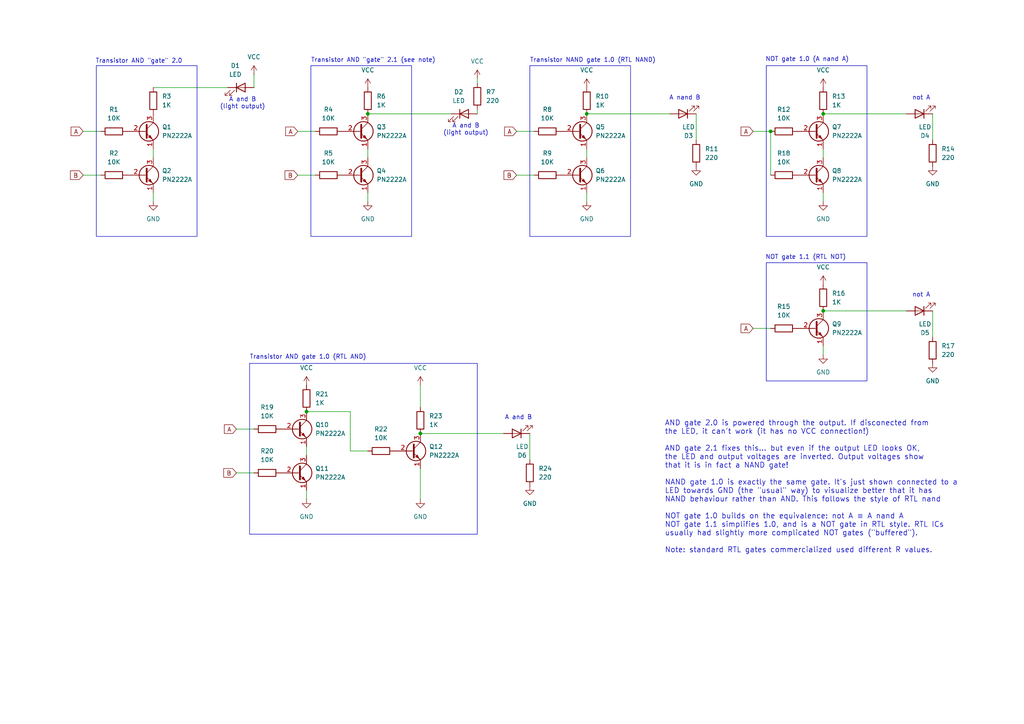
<source format=kicad_sch>
(kicad_sch (version 20231120) (generator "eeschema") (generator_version "8.0")
  (paper "A4")
  (title_block (title "How to get right by being completely wrong") (date "2024-05-01") (company "Silicon Chronicles") (comment 1 "Building AND gates the wrong way") (comment 2 "Part IV"))
  (lib_symbols
    (symbol "Device:LED" (pin_numbers hide) (pin_names (offset 1.016) hide)
      (property "Reference" "D" (at 0 2.54 0))
      (property "Value" "LED" (at 0 -2.54 0))
      (symbol "LED_0_1"
        (polyline (pts (xy -1.27 -1.27) (xy -1.27 1.27)) (stroke (width 0.254)))
        (polyline (pts (xy -1.27 0) (xy 1.27 0)))
        (polyline (pts (xy 1.27 -1.27) (xy 1.27 1.27) (xy -1.27 0) (xy 1.27 -1.27)) (stroke (width 0.254)))
        (polyline (pts (xy -3.048 -0.762) (xy -4.572 -2.286) (xy -3.81 -2.286) (xy -4.572 -2.286) (xy -4.572 -1.524)))
        (polyline (pts (xy -1.778 -0.762) (xy -3.302 -2.286) (xy -2.54 -2.286) (xy -3.302 -2.286) (xy -3.302 -1.524)))
      )
      (symbol "LED_1_1"
        (pin passive line (at -3.81 0 0) (length 2.54) (name "K") (number "1"))
        (pin passive line (at 3.81 0 180) (length 2.54) (name "A") (number "2"))
      )
    )
    (symbol "Device:R" (pin_numbers hide) (pin_names (offset 0))
      (property "Reference" "R" (at 2.032 0 90))
      (property "Value" "R" (at 0 0 90))
      (symbol "R_0_1"
        (rectangle (start -1.016 -2.54) (end 1.016 2.54) (stroke (width 0.254)))
      )
      (symbol "R_1_1"
        (pin passive line (at 0 3.81 270) (length 1.27) (name "~") (number "1"))
        (pin passive line (at 0 -3.81 90) (length 1.27) (name "~") (number "2"))
      )
    )
    (symbol "Transistor_BJT:PN2222A" (pin_names (offset 0) hide)
      (property "Reference" "Q" (at 5.08 1.905 0))
      (property "Value" "PN2222A" (at 5.08 0 0))
      (symbol "PN2222A_0_1"
        (polyline (pts (xy 0 0) (xy 0.635 0)))
        (polyline (pts (xy 2.54 -2.54) (xy 0.635 -0.635)))
        (polyline (pts (xy 2.54 2.54) (xy 0.635 0.635)))
        (polyline (pts (xy 0.635 1.905) (xy 0.635 -1.905) (xy 0.635 -1.905)) (stroke (width 0.508)))
        (polyline (pts (xy 2.413 -2.413) (xy 1.905 -1.905) (xy 1.905 -1.905)))
        (polyline (pts (xy 1.143 -1.651) (xy 1.651 -1.143) (xy 2.159 -2.159) (xy 1.143 -1.651) (xy 1.143 -1.651)) (fill (type outline)))
        (circle (center 1.27 0) (radius 2.8194) (stroke (width 0.254)))
      )
      (symbol "PN2222A_1_1"
        (pin passive line (at 2.54 -5.08 90) (length 2.54) (name "E") (number "1"))
        (pin input line (at -5.08 0 0) (length 5.08) (name "B") (number "2"))
        (pin passive line (at 2.54 5.08 270) (length 2.54) (name "C") (number "3"))
      )
    )
    (symbol "power:GND" (power) (pin_numbers hide) (pin_names (offset 0) hide)
      (property "Value" "GND" (at 0 -3.81 0))
      (symbol "GND_0_1"
        (polyline (pts (xy 0 0) (xy 0 -1.27) (xy 1.27 -1.27) (xy 0 -2.54) (xy -1.27 -1.27) (xy 0 -1.27)))
      )
      (symbol "GND_1_1"
        (pin power_in line (at 0 0 270) (length 0) (name "~") (number "1"))
      )
    )
    (symbol "power:VCC" (power) (pin_numbers hide) (pin_names (offset 0) hide)
      (property "Value" "VCC" (at 0 3.556 0))
      (symbol "VCC_0_1"
        (polyline (pts (xy -0.762 1.27) (xy 0 2.54)))
        (polyline (pts (xy 0 0) (xy 0 2.54)))
        (polyline (pts (xy 0 2.54) (xy 0.762 1.27)))
      )
      (symbol "VCC_1_1"
        (pin power_in line (at 0 0 90) (length 0) (name "~") (number "1"))
      )
    )
  )
  (junction (at 106.68 33.02))
  (junction (at 223.52 38.1))
  (junction (at 88.9 119.38))
  (junction (at 238.76 90.17))
  (junction (at 170.18 33.02))
  (junction (at 238.76 33.02))
  (junction (at 121.92 125.73))
  (wire (pts (xy 170.18 45.72) (xy 170.18 43.18)))
  (wire (pts (xy 101.6 119.38) (xy 88.9 119.38)))
  (wire (pts (xy 149.86 38.1) (xy 154.94 38.1)))
  (wire (pts (xy 88.9 132.08) (xy 88.9 129.54)))
  (wire (pts (xy 270.51 90.17) (xy 270.51 97.79)))
  (wire (pts (xy 238.76 100.33) (xy 238.76 102.87)))
  (wire (pts (xy 270.51 33.02) (xy 270.51 40.64)))
  (wire (pts (xy 138.43 22.86) (xy 138.43 24.13)))
  (wire (pts (xy 238.76 33.02) (xy 262.89 33.02)))
  (wire (pts (xy 86.36 38.1) (xy 91.44 38.1)))
  (wire (pts (xy 24.13 38.1) (xy 29.21 38.1)))
  (wire (pts (xy 86.36 50.8) (xy 91.44 50.8)))
  (wire (pts (xy 101.6 130.81) (xy 101.6 119.38)))
  (wire (pts (xy 106.68 45.72) (xy 106.68 43.18)))
  (wire (pts (xy 101.6 130.81) (xy 106.68 130.81)))
  (wire (pts (xy 68.58 124.46) (xy 73.66 124.46)))
  (wire (pts (xy 44.45 25.4) (xy 66.04 25.4)))
  (wire (pts (xy 121.92 125.73) (xy 146.05 125.73)))
  (wire (pts (xy 170.18 55.88) (xy 170.18 58.42)))
  (wire (pts (xy 149.86 50.8) (xy 154.94 50.8)))
  (wire (pts (xy 106.68 33.02) (xy 130.81 33.02)))
  (wire (pts (xy 44.45 55.88) (xy 44.45 58.42)))
  (wire (pts (xy 238.76 90.17) (xy 262.89 90.17)))
  (wire (pts (xy 138.43 31.75) (xy 138.43 33.02)))
  (wire (pts (xy 170.18 33.02) (xy 194.31 33.02)))
  (wire (pts (xy 153.67 125.73) (xy 153.67 133.35)))
  (wire (pts (xy 24.13 50.8) (xy 29.21 50.8)))
  (wire (pts (xy 218.44 95.25) (xy 223.52 95.25)))
  (wire (pts (xy 223.52 38.1) (xy 223.52 50.8)))
  (wire (pts (xy 218.44 38.1) (xy 223.52 38.1)))
  (wire (pts (xy 121.92 135.89) (xy 121.92 144.78)))
  (wire (pts (xy 201.93 33.02) (xy 201.93 40.64)))
  (wire (pts (xy 44.45 45.72) (xy 44.45 43.18)))
  (wire (pts (xy 88.9 142.24) (xy 88.9 144.78)))
  (wire (pts (xy 73.66 21.59) (xy 73.66 25.4)))
  (wire (pts (xy 68.58 137.16) (xy 73.66 137.16)))
  (wire (pts (xy 121.92 111.76) (xy 121.92 118.11)))
  (wire (pts (xy 238.76 45.72) (xy 238.76 43.18)))
  (wire (pts (xy 106.68 55.88) (xy 106.68 58.42)))
  (wire (pts (xy 238.76 55.88) (xy 238.76 58.42)))
  (rectangle (start 222.25 76.2) (end 251.46 110.49))
  (rectangle (start 90.17 19.05) (end 119.38 68.58))
  (rectangle (start 153.67 19.05) (end 182.88 68.58))
  (rectangle (start 222.25 19.05) (end 251.46 68.58))
  (rectangle (start 72.39 105.41) (end 138.43 154.94))
  (rectangle (start 27.94 19.05) (end 57.15 68.58))
  (text "AND gate 2.0 is powered through the output. If disconected from\nthe LED, it can't work (it has no VCC connection!)\n\nAND gate 2.1 fixes this... but even if the output LED looks OK,\nthe LED and output voltages are inverted. Output voltages show\nthat it is in fact a NAND gate!\n\nNAND gate 1.0 is exactly the same gate. It's just shown connected to a\nLED towards GND (the \"usual\" way) to visualize better that it has\nNAND behaviour rather than AND. This follows the style of RTL nand\n\nNOT gate 1.0 builds on the equivalence: not A ≡ A nand A\nNOT gate 1.1 simplifies 1.0, and is a NOT gate in RTL style. RTL ICs\nusually had slightly more complicated NOT gates (\"buffered\").\n\nNote: standard RTL gates commercialized used different R values.\n" (at 192.786 141.224 0) (effects (font (size 1.524 1.524)) (justify left)))
  (text "not A" (at 267.208 85.598 0) (effects (font (size 1.27 1.27))))
  (text "Transistor AND \"gate\" 2.1 (see note)" (at 90.17 17.526 0) (effects (font (size 1.27 1.27)) (justify left)))
  (text "NOT gate 1.1 (RTL NOT)" (at 221.996 74.676 0) (effects (font (size 1.27 1.27)) (justify left)))
  (text "Transistor NAND gate 1.0 (RTL NAND)" (at 153.67 17.526 0) (effects (font (size 1.27 1.27)) (justify left)))
  (text "A and B" (at 150.368 121.158 0) (effects (font (size 1.27 1.27))))
  (text "A nand B\n" (at 198.628 28.448 0) (effects (font (size 1.27 1.27))))
  (text "NOT gate 1.0 (A nand A)" (at 221.996 17.272 0) (effects (font (size 1.27 1.27)) (justify left)))
  (text "Transistor AND \"gate\" 2.0" (at 27.686 17.78 0) (effects (font (size 1.27 1.27)) (justify left)))
  (text "A and B\n(light output)\n" (at 70.358 29.972 0) (effects (font (size 1.27 1.27))))
  (text "Transistor AND gate 1.0 (RTL AND)\n\n" (at 72.39 104.648 0) (effects (font (size 1.27 1.27)) (justify left)))
  (text "A and B\n(light output)" (at 135.128 37.592 0) (effects (font (size 1.27 1.27))))
  (text "not A" (at 267.208 28.448 0) (effects (font (size 1.27 1.27))))
  (global_label "A" (shape input) (at 24.13 38.1 180) (property "Intersheetrefs" "${INTERSHEET_REFS}" (effects (hide yes))))
  (global_label "A" (shape input) (at 218.44 38.1 180) (property "Intersheetrefs" "${INTERSHEET_REFS}" (effects (hide yes))))
  (global_label "A" (shape input) (at 218.44 95.25 180) (property "Intersheetrefs" "${INTERSHEET_REFS}" (effects (hide yes))))
  (global_label "B" (shape input) (at 86.36 50.8 180) (property "Intersheetrefs" "${INTERSHEET_REFS}" (effects (hide yes))))
  (global_label "B" (shape input) (at 24.13 50.8 180) (property "Intersheetrefs" "${INTERSHEET_REFS}" (effects (hide yes))))
  (global_label "A" (shape input) (at 86.36 38.1 180) (property "Intersheetrefs" "${INTERSHEET_REFS}" (effects (hide yes))))
  (global_label "A" (shape input) (at 68.58 124.46 180) (property "Intersheetrefs" "${INTERSHEET_REFS}" (effects (hide yes))))
  (global_label "A" (shape input) (at 149.86 38.1 180) (property "Intersheetrefs" "${INTERSHEET_REFS}" (effects (hide yes))))
  (global_label "B" (shape input) (at 68.58 137.16 180) (property "Intersheetrefs" "${INTERSHEET_REFS}" (effects (hide yes))))
  (global_label "B" (shape input) (at 149.86 50.8 180) (property "Intersheetrefs" "${INTERSHEET_REFS}" (effects (hide yes))))
  (symbol (lib_id "power:VCC") (at 170.18 25.4 0) (unit 1)
    (property "Reference" "#PWR05" (effects (hide yes)))
    (property "Value" "VCC" (at 170.18 20.32 0))
    (property "Description" "Power symbol creates a global label with name \"VCC\"" (effects (hide yes)))
  )
  (symbol (lib_id "Transistor_BJT:PN2222A") (at 86.36 137.16 0) (unit 1)
    (property "Reference" "Q11" (at 91.44 135.8899 0) (effects (justify left)))
    (property "Value" "PN2222A" (at 91.44 138.4299 0) (effects (justify left)))
    (property "Footprint" "Package_TO_SOT_THT:TO-92_Inline" (effects (hide yes)))
    (property "Datasheet" "https://www.onsemi.com/pub/Collateral/PN2222-D.PDF" (effects (hide yes)))
    (property "Description" "1A Ic, 40V Vce, NPN Transistor, General Purpose Transistor, TO-92" (effects (hide yes)))
  )
  (symbol (lib_id "Device:R") (at 238.76 86.36 180) (unit 1)
    (property "Reference" "R16" (at 241.3 85.0899 0) (effects (justify right)))
    (property "Value" "1K" (at 241.3 87.6299 0) (effects (justify right)))
    (property "Description" "Resistor" (effects (hide yes)))
  )
  (symbol (lib_id "Transistor_BJT:PN2222A") (at 119.38 130.81 0) (unit 1)
    (property "Reference" "Q12" (at 124.46 129.5399 0) (effects (justify left)))
    (property "Value" "PN2222A" (at 124.46 132.0799 0) (effects (justify left)))
    (property "Footprint" "Package_TO_SOT_THT:TO-92_Inline" (effects (hide yes)))
    (property "Datasheet" "https://www.onsemi.com/pub/Collateral/PN2222-D.PDF" (effects (hide yes)))
    (property "Description" "1A Ic, 40V Vce, NPN Transistor, General Purpose Transistor, TO-92" (effects (hide yes)))
  )
  (symbol (lib_id "Transistor_BJT:PN2222A") (at 236.22 50.8 0) (unit 1)
    (property "Reference" "Q8" (at 241.3 49.5299 0) (effects (justify left)))
    (property "Value" "PN2222A" (at 241.3 52.0699 0) (effects (justify left)))
    (property "Footprint" "Package_TO_SOT_THT:TO-92_Inline" (effects (hide yes)))
    (property "Datasheet" "https://www.onsemi.com/pub/Collateral/PN2222-D.PDF" (effects (hide yes)))
    (property "Description" "1A Ic, 40V Vce, NPN Transistor, General Purpose Transistor, TO-92" (effects (hide yes)))
  )
  (symbol (lib_id "Device:R") (at 153.67 137.16 0) (unit 1)
    (property "Reference" "R24" (at 156.21 135.8899 0) (effects (justify left)))
    (property "Value" "220" (at 156.21 138.4299 0) (effects (justify left)))
    (property "Description" "Resistor" (effects (hide yes)))
  )
  (symbol (lib_id "Device:R") (at 270.51 101.6 0) (unit 1)
    (property "Reference" "R17" (at 273.05 100.3299 0) (effects (justify left)))
    (property "Value" "220" (at 273.05 102.8699 0) (effects (justify left)))
    (property "Description" "Resistor" (effects (hide yes)))
  )
  (symbol (lib_id "power:VCC") (at 121.92 111.76 0) (unit 1)
    (property "Reference" "#PWR017" (effects (hide yes)))
    (property "Value" "VCC" (at 121.92 106.68 0))
    (property "Description" "Power symbol creates a global label with name \"VCC\"" (effects (hide yes)))
  )
  (symbol (lib_id "Transistor_BJT:PN2222A") (at 86.36 124.46 0) (unit 1)
    (property "Reference" "Q10" (at 91.44 123.1899 0) (effects (justify left)))
    (property "Value" "PN2222A" (at 91.44 125.7299 0) (effects (justify left)))
    (property "Footprint" "Package_TO_SOT_THT:TO-92_Inline" (effects (hide yes)))
    (property "Datasheet" "https://www.onsemi.com/pub/Collateral/PN2222-D.PDF" (effects (hide yes)))
    (property "Description" "1A Ic, 40V Vce, NPN Transistor, General Purpose Transistor, TO-92" (effects (hide yes)))
  )
  (symbol (lib_id "power:VCC") (at 238.76 82.55 0) (unit 1)
    (property "Reference" "#PWR011" (effects (hide yes)))
    (property "Value" "VCC" (at 238.76 77.47 0))
    (property "Description" "Power symbol creates a global label with name \"VCC\"" (effects (hide yes)))
  )
  (symbol (lib_id "Device:LED") (at 266.7 90.17 180) (unit 1)
    (property "Reference" "D5" (at 268.2875 96.52 0))
    (property "Value" "LED" (at 268.2875 93.98 0))
    (property "Description" "Light emitting diode" (effects (hide yes)))
  )
  (symbol (lib_id "Device:R") (at 88.9 115.57 180) (unit 1)
    (property "Reference" "R21" (at 91.44 114.2999 0) (effects (justify right)))
    (property "Value" "1K" (at 91.44 116.8399 0) (effects (justify right)))
    (property "Description" "Resistor" (effects (hide yes)))
  )
  (symbol (lib_id "Device:R") (at 170.18 29.21 180) (unit 1)
    (property "Reference" "R10" (at 172.72 27.9399 0) (effects (justify right)))
    (property "Value" "1K" (at 172.72 30.4799 0) (effects (justify right)))
    (property "Description" "Resistor" (effects (hide yes)))
  )
  (symbol (lib_id "Device:R") (at 227.33 38.1 270) (unit 1)
    (property "Reference" "R12" (at 227.33 31.75 90))
    (property "Value" "10K" (at 227.33 34.29 90))
    (property "Description" "Resistor" (effects (hide yes)))
  )
  (symbol (lib_id "Device:R") (at 121.92 121.92 180) (unit 1)
    (property "Reference" "R23" (at 124.46 120.6499 0) (effects (justify right)))
    (property "Value" "1K" (at 124.46 123.1899 0) (effects (justify right)))
    (property "Description" "Resistor" (effects (hide yes)))
  )
  (symbol (lib_id "power:GND") (at 238.76 102.87 0) (unit 1)
    (property "Reference" "#PWR012" (effects (hide yes)))
    (property "Value" "GND" (at 238.76 107.95 0))
    (property "Description" "Power symbol creates a global label with name \"GND\" , ground" (effects (hide yes)))
  )
  (symbol (lib_id "Device:R") (at 95.25 38.1 270) (unit 1)
    (property "Reference" "R4" (at 95.25 31.75 90))
    (property "Value" "10K" (at 95.25 34.29 90))
    (property "Description" "Resistor" (effects (hide yes)))
  )
  (symbol (lib_id "power:VCC") (at 88.9 111.76 0) (unit 1)
    (property "Reference" "#PWR014" (effects (hide yes)))
    (property "Value" "VCC" (at 88.9 106.68 0))
    (property "Description" "Power symbol creates a global label with name \"VCC\"" (effects (hide yes)))
  )
  (symbol (lib_id "power:GND") (at 170.18 58.42 0) (unit 1)
    (property "Reference" "#PWR07" (effects (hide yes)))
    (property "Value" "GND" (at 170.18 63.5 0))
    (property "Description" "Power symbol creates a global label with name \"GND\" , ground" (effects (hide yes)))
  )
  (symbol (lib_id "power:VCC") (at 73.66 21.59 0) (unit 1)
    (property "Reference" "#PWR03" (effects (hide yes)))
    (property "Value" "VCC" (at 73.66 16.51 0))
    (property "Description" "Power symbol creates a global label with name \"VCC\"" (effects (hide yes)))
  )
  (symbol (lib_id "Device:R") (at 138.43 27.94 0) (unit 1)
    (property "Reference" "R7" (at 140.97 26.6699 0) (effects (justify left)))
    (property "Value" "220" (at 140.97 29.2099 0) (effects (justify left)))
    (property "Description" "Resistor" (effects (hide yes)))
  )
  (symbol (lib_id "power:VCC") (at 138.43 22.86 0) (unit 1)
    (property "Reference" "#PWR02" (effects (hide yes)))
    (property "Value" "VCC" (at 138.43 17.78 0))
    (property "Description" "Power symbol creates a global label with name \"VCC\"" (effects (hide yes)))
  )
  (symbol (lib_id "power:GND") (at 88.9 144.78 0) (unit 1)
    (property "Reference" "#PWR016" (effects (hide yes)))
    (property "Value" "GND" (at 88.9 149.86 0))
    (property "Description" "Power symbol creates a global label with name \"GND\" , ground" (effects (hide yes)))
  )
  (symbol (lib_id "Transistor_BJT:PN2222A") (at 104.14 50.8 0) (unit 1)
    (property "Reference" "Q4" (at 109.22 49.5299 0) (effects (justify left)))
    (property "Value" "PN2222A" (at 109.22 52.0699 0) (effects (justify left)))
    (property "Footprint" "Package_TO_SOT_THT:TO-92_Inline" (effects (hide yes)))
    (property "Datasheet" "https://www.onsemi.com/pub/Collateral/PN2222-D.PDF" (effects (hide yes)))
    (property "Description" "1A Ic, 40V Vce, NPN Transistor, General Purpose Transistor, TO-92" (effects (hide yes)))
  )
  (symbol (lib_id "Device:R") (at 33.02 38.1 270) (unit 1)
    (property "Reference" "R1" (at 33.02 31.75 90))
    (property "Value" "10K" (at 33.02 34.29 90))
    (property "Description" "Resistor" (effects (hide yes)))
  )
  (symbol (lib_id "Transistor_BJT:PN2222A") (at 236.22 38.1 0) (unit 1)
    (property "Reference" "Q7" (at 241.3 36.8299 0) (effects (justify left)))
    (property "Value" "PN2222A" (at 241.3 39.3699 0) (effects (justify left)))
    (property "Footprint" "Package_TO_SOT_THT:TO-92_Inline" (effects (hide yes)))
    (property "Datasheet" "https://www.onsemi.com/pub/Collateral/PN2222-D.PDF" (effects (hide yes)))
    (property "Description" "1A Ic, 40V Vce, NPN Transistor, General Purpose Transistor, TO-92" (effects (hide yes)))
  )
  (symbol (lib_id "Device:R") (at 95.25 50.8 270) (unit 1)
    (property "Reference" "R5" (at 95.25 44.45 90))
    (property "Value" "10K" (at 95.25 46.99 90))
    (property "Description" "Resistor" (effects (hide yes)))
  )
  (symbol (lib_id "power:GND") (at 44.45 58.42 0) (unit 1)
    (property "Reference" "#PWR06" (effects (hide yes)))
    (property "Value" "GND" (at 44.45 63.5 0))
    (property "Description" "Power symbol creates a global label with name \"GND\" , ground" (effects (hide yes)))
  )
  (symbol (lib_id "power:GND") (at 238.76 58.42 0) (unit 1)
    (property "Reference" "#PWR010" (effects (hide yes)))
    (property "Value" "GND" (at 238.76 63.5 0))
    (property "Description" "Power symbol creates a global label with name \"GND\" , ground" (effects (hide yes)))
  )
  (symbol (lib_id "Device:R") (at 227.33 95.25 270) (unit 1)
    (property "Reference" "R15" (at 227.33 88.9 90))
    (property "Value" "10K" (at 227.33 91.44 90))
    (property "Description" "Resistor" (effects (hide yes)))
  )
  (symbol (lib_id "Device:R") (at 158.75 38.1 270) (unit 1)
    (property "Reference" "R8" (at 158.75 31.75 90))
    (property "Value" "10K" (at 158.75 34.29 90))
    (property "Description" "Resistor" (effects (hide yes)))
  )
  (symbol (lib_id "power:GND") (at 153.67 140.97 0) (unit 1)
    (property "Reference" "#PWR019" (effects (hide yes)))
    (property "Value" "GND" (at 153.67 146.05 0))
    (property "Description" "Power symbol creates a global label with name \"GND\" , ground" (effects (hide yes)))
  )
  (symbol (lib_id "power:GND") (at 270.51 48.26 0) (unit 1)
    (property "Reference" "#PWR015" (effects (hide yes)))
    (property "Value" "GND" (at 270.51 53.34 0))
    (property "Description" "Power symbol creates a global label with name \"GND\" , ground" (effects (hide yes)))
  )
  (symbol (lib_id "Device:LED") (at 198.12 33.02 180) (unit 1)
    (property "Reference" "D3" (at 199.7075 39.37 0))
    (property "Value" "LED" (at 199.7075 36.83 0))
    (property "Description" "Light emitting diode" (effects (hide yes)))
  )
  (symbol (lib_id "power:GND") (at 106.68 58.42 0) (unit 1)
    (property "Reference" "#PWR01" (effects (hide yes)))
    (property "Value" "GND" (at 106.68 63.5 0))
    (property "Description" "Power symbol creates a global label with name \"GND\" , ground" (effects (hide yes)))
  )
  (symbol (lib_id "Transistor_BJT:PN2222A") (at 236.22 95.25 0) (unit 1)
    (property "Reference" "Q9" (at 241.3 93.9799 0) (effects (justify left)))
    (property "Value" "PN2222A" (at 241.3 96.5199 0) (effects (justify left)))
    (property "Footprint" "Package_TO_SOT_THT:TO-92_Inline" (effects (hide yes)))
    (property "Datasheet" "https://www.onsemi.com/pub/Collateral/PN2222-D.PDF" (effects (hide yes)))
    (property "Description" "1A Ic, 40V Vce, NPN Transistor, General Purpose Transistor, TO-92" (effects (hide yes)))
  )
  (symbol (lib_id "Device:R") (at 227.33 50.8 270) (unit 1)
    (property "Reference" "R18" (at 227.33 44.45 90))
    (property "Value" "10K" (at 227.33 46.99 90))
    (property "Description" "Resistor" (effects (hide yes)))
  )
  (symbol (lib_id "Device:R") (at 106.68 29.21 180) (unit 1)
    (property "Reference" "R6" (at 109.22 27.9399 0) (effects (justify right)))
    (property "Value" "1K" (at 109.22 30.4799 0) (effects (justify right)))
    (property "Description" "Resistor" (effects (hide yes)))
  )
  (symbol (lib_id "power:GND") (at 121.92 144.78 0) (unit 1)
    (property "Reference" "#PWR018" (effects (hide yes)))
    (property "Value" "GND" (at 121.92 149.86 0))
    (property "Description" "Power symbol creates a global label with name \"GND\" , ground" (effects (hide yes)))
  )
  (symbol (lib_id "Device:R") (at 158.75 50.8 270) (unit 1)
    (property "Reference" "R9" (at 158.75 44.45 90))
    (property "Value" "10K" (at 158.75 46.99 90))
    (property "Description" "Resistor" (effects (hide yes)))
  )
  (symbol (lib_id "Device:R") (at 44.45 29.21 180) (unit 1)
    (property "Reference" "R3" (at 46.99 27.9399 0) (effects (justify right)))
    (property "Value" "1K" (at 46.99 30.4799 0) (effects (justify right)))
    (property "Description" "Resistor" (effects (hide yes)))
  )
  (symbol (lib_id "Device:R") (at 238.76 29.21 180) (unit 1)
    (property "Reference" "R13" (at 241.3 27.9399 0) (effects (justify right)))
    (property "Value" "1K" (at 241.3 30.4799 0) (effects (justify right)))
    (property "Description" "Resistor" (effects (hide yes)))
  )
  (symbol (lib_id "power:GND") (at 270.51 105.41 0) (unit 1)
    (property "Reference" "#PWR013" (effects (hide yes)))
    (property "Value" "GND" (at 270.51 110.49 0))
    (property "Description" "Power symbol creates a global label with name \"GND\" , ground" (effects (hide yes)))
  )
  (symbol (lib_id "Transistor_BJT:PN2222A") (at 104.14 38.1 0) (unit 1)
    (property "Reference" "Q3" (at 109.22 36.8299 0) (effects (justify left)))
    (property "Value" "PN2222A" (at 109.22 39.3699 0) (effects (justify left)))
    (property "Footprint" "Package_TO_SOT_THT:TO-92_Inline" (effects (hide yes)))
    (property "Datasheet" "https://www.onsemi.com/pub/Collateral/PN2222-D.PDF" (effects (hide yes)))
    (property "Description" "1A Ic, 40V Vce, NPN Transistor, General Purpose Transistor, TO-92" (effects (hide yes)))
  )
  (symbol (lib_id "Transistor_BJT:PN2222A") (at 167.64 38.1 0) (unit 1)
    (property "Reference" "Q5" (at 172.72 36.8299 0) (effects (justify left)))
    (property "Value" "PN2222A" (at 172.72 39.3699 0) (effects (justify left)))
    (property "Footprint" "Package_TO_SOT_THT:TO-92_Inline" (effects (hide yes)))
    (property "Datasheet" "https://www.onsemi.com/pub/Collateral/PN2222-D.PDF" (effects (hide yes)))
    (property "Description" "1A Ic, 40V Vce, NPN Transistor, General Purpose Transistor, TO-92" (effects (hide yes)))
  )
  (symbol (lib_id "power:VCC") (at 106.68 25.4 0) (unit 1)
    (property "Reference" "#PWR04" (effects (hide yes)))
    (property "Value" "VCC" (at 106.68 20.32 0))
    (property "Description" "Power symbol creates a global label with name \"VCC\"" (effects (hide yes)))
  )
  (symbol (lib_id "power:VCC") (at 238.76 25.4 0) (unit 1)
    (property "Reference" "#PWR09" (effects (hide yes)))
    (property "Value" "VCC" (at 238.76 20.32 0))
    (property "Description" "Power symbol creates a global label with name \"VCC\"" (effects (hide yes)))
  )
  (symbol (lib_id "Transistor_BJT:PN2222A") (at 41.91 38.1 0) (unit 1)
    (property "Reference" "Q1" (at 46.99 36.8299 0) (effects (justify left)))
    (property "Value" "PN2222A" (at 46.99 39.3699 0) (effects (justify left)))
    (property "Footprint" "Package_TO_SOT_THT:TO-92_Inline" (effects (hide yes)))
    (property "Datasheet" "https://www.onsemi.com/pub/Collateral/PN2222-D.PDF" (effects (hide yes)))
    (property "Description" "1A Ic, 40V Vce, NPN Transistor, General Purpose Transistor, TO-92" (effects (hide yes)))
  )
  (symbol (lib_id "Device:LED") (at 69.85 25.4 0) (unit 1)
    (property "Reference" "D1" (at 68.2625 19.05 0))
    (property "Value" "LED" (at 68.2625 21.59 0))
    (property "Description" "Light emitting diode" (effects (hide yes)))
  )
  (symbol (lib_id "Transistor_BJT:PN2222A") (at 167.64 50.8 0) (unit 1)
    (property "Reference" "Q6" (at 172.72 49.5299 0) (effects (justify left)))
    (property "Value" "PN2222A" (at 172.72 52.0699 0) (effects (justify left)))
    (property "Footprint" "Package_TO_SOT_THT:TO-92_Inline" (effects (hide yes)))
    (property "Datasheet" "https://www.onsemi.com/pub/Collateral/PN2222-D.PDF" (effects (hide yes)))
    (property "Description" "1A Ic, 40V Vce, NPN Transistor, General Purpose Transistor, TO-92" (effects (hide yes)))
  )
  (symbol (lib_id "Device:R") (at 110.49 130.81 270) (unit 1)
    (property "Reference" "R22" (at 110.49 124.46 90))
    (property "Value" "10K" (at 110.49 127 90))
    (property "Description" "Resistor" (effects (hide yes)))
  )
  (symbol (lib_id "Device:R") (at 201.93 44.45 0) (unit 1)
    (property "Reference" "R11" (at 204.47 43.1799 0) (effects (justify left)))
    (property "Value" "220" (at 204.47 45.7199 0) (effects (justify left)))
    (property "Description" "Resistor" (effects (hide yes)))
  )
  (symbol (lib_id "Device:LED") (at 149.86 125.73 180) (unit 1)
    (property "Reference" "D6" (at 151.4475 132.08 0))
    (property "Value" "LED" (at 151.4475 129.54 0))
    (property "Description" "Light emitting diode" (effects (hide yes)))
  )
  (symbol (lib_id "Device:R") (at 77.47 124.46 270) (unit 1)
    (property "Reference" "R19" (at 77.47 118.11 90))
    (property "Value" "10K" (at 77.47 120.65 90))
    (property "Description" "Resistor" (effects (hide yes)))
  )
  (symbol (lib_id "Transistor_BJT:PN2222A") (at 41.91 50.8 0) (unit 1)
    (property "Reference" "Q2" (at 46.99 49.5299 0) (effects (justify left)))
    (property "Value" "PN2222A" (at 46.99 52.0699 0) (effects (justify left)))
    (property "Footprint" "Package_TO_SOT_THT:TO-92_Inline" (effects (hide yes)))
    (property "Datasheet" "https://www.onsemi.com/pub/Collateral/PN2222-D.PDF" (effects (hide yes)))
    (property "Description" "1A Ic, 40V Vce, NPN Transistor, General Purpose Transistor, TO-92" (effects (hide yes)))
  )
  (symbol (lib_id "Device:R") (at 270.51 44.45 0) (unit 1)
    (property "Reference" "R14" (at 273.05 43.1799 0) (effects (justify left)))
    (property "Value" "220" (at 273.05 45.7199 0) (effects (justify left)))
    (property "Description" "Resistor" (effects (hide yes)))
  )
  (symbol (lib_id "power:GND") (at 201.93 48.26 0) (unit 1)
    (property "Reference" "#PWR08" (effects (hide yes)))
    (property "Value" "GND" (at 201.93 53.34 0))
    (property "Description" "Power symbol creates a global label with name \"GND\" , ground" (effects (hide yes)))
  )
  (symbol (lib_id "Device:R") (at 33.02 50.8 270) (unit 1)
    (property "Reference" "R2" (at 33.02 44.45 90))
    (property "Value" "10K" (at 33.02 46.99 90))
    (property "Description" "Resistor" (effects (hide yes)))
  )
  (symbol (lib_id "Device:LED") (at 134.62 33.02 0) (unit 1)
    (property "Reference" "D2" (at 133.0325 26.67 0))
    (property "Value" "LED" (at 133.0325 29.21 0))
    (property "Description" "Light emitting diode" (effects (hide yes)))
  )
  (symbol (lib_id "Device:R") (at 77.47 137.16 270) (unit 1)
    (property "Reference" "R20" (at 77.47 130.81 90))
    (property "Value" "10K" (at 77.47 133.35 90))
    (property "Description" "Resistor" (effects (hide yes)))
  )
  (symbol (lib_id "Device:LED") (at 266.7 33.02 180) (unit 1)
    (property "Reference" "D4" (at 268.2875 39.37 0))
    (property "Value" "LED" (at 268.2875 36.83 0))
    (property "Description" "Light emitting diode" (effects (hide yes)))
  )
)
</source>
